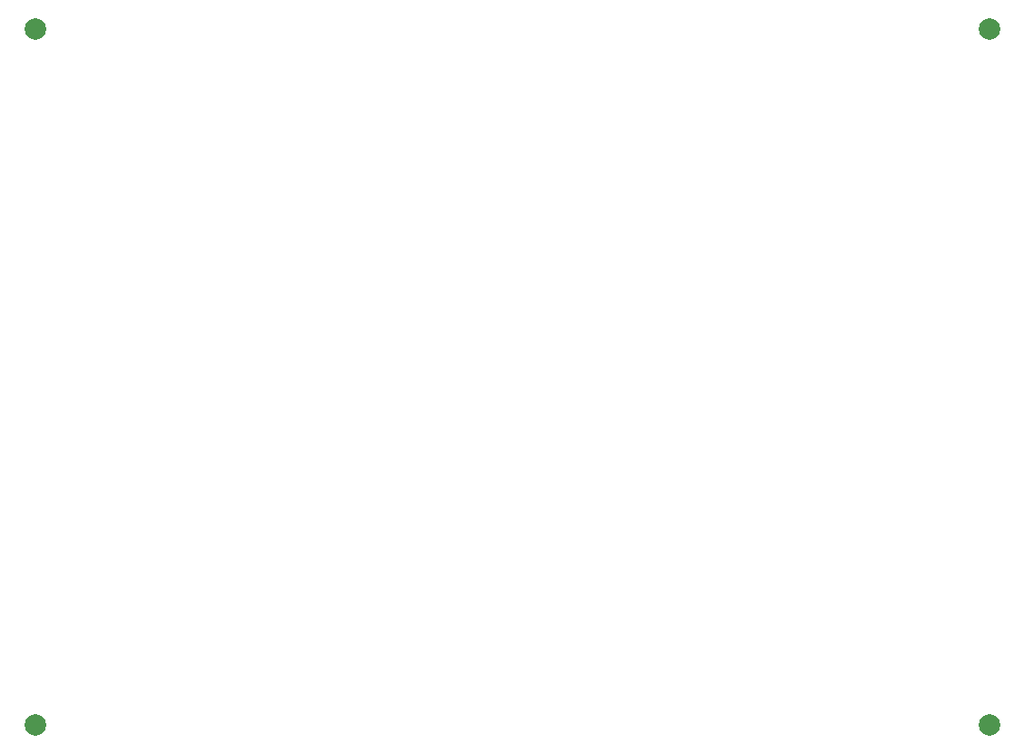
<source format=gbp>
G04 #@! TF.GenerationSoftware,KiCad,Pcbnew,(6.0.11)*
G04 #@! TF.CreationDate,2023-05-10T01:59:27+09:00*
G04 #@! TF.ProjectId,RP2040CommandStation,52503230-3430-4436-9f6d-6d616e645374,rev?*
G04 #@! TF.SameCoordinates,PX6cb8080PY8d24d00*
G04 #@! TF.FileFunction,Paste,Bot*
G04 #@! TF.FilePolarity,Positive*
%FSLAX46Y46*%
G04 Gerber Fmt 4.6, Leading zero omitted, Abs format (unit mm)*
G04 Created by KiCad (PCBNEW (6.0.11)) date 2023-05-10 01:59:27*
%MOMM*%
%LPD*%
G01*
G04 APERTURE LIST*
%ADD10C,2.000000*%
G04 APERTURE END LIST*
D10*
X206000000Y-73000000D03*
X206000000Y-138000000D03*
X117000000Y-138000000D03*
X117000000Y-73000000D03*
M02*

</source>
